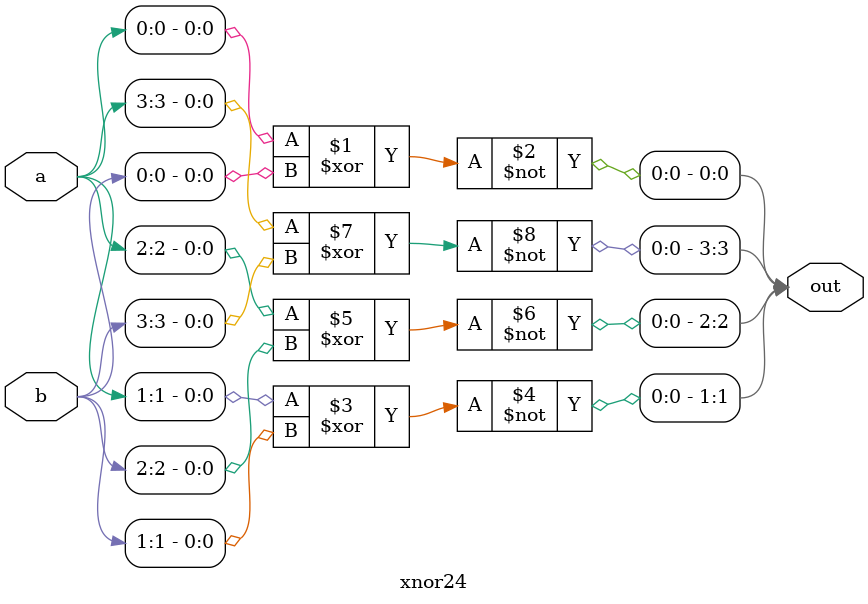
<source format=v>
module xnor24 (
    input wire [3:0] a,
    input wire [3:0] b,
    output wire [3:0] out
);

assign out = ( {~(a[3] ^ b[3]), ~(a[2] ^ b[2]), ~(a[1] ^ b[1]), ~(a[0] ^ b[0])} );

endmodule

</source>
